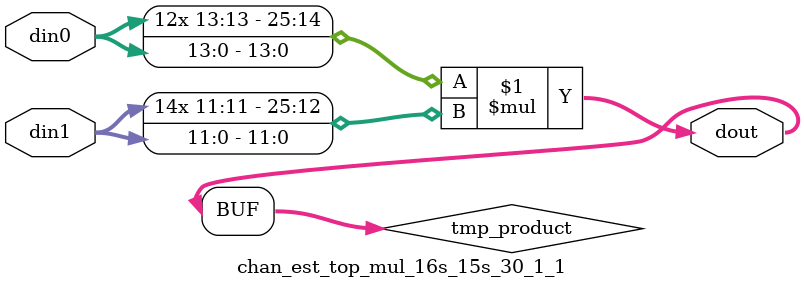
<source format=v>

`timescale 1 ns / 1 ps

 module chan_est_top_mul_16s_15s_30_1_1(din0, din1, dout);
parameter ID = 1;
parameter NUM_STAGE = 0;
parameter din0_WIDTH = 14;
parameter din1_WIDTH = 12;
parameter dout_WIDTH = 26;

input [din0_WIDTH - 1 : 0] din0; 
input [din1_WIDTH - 1 : 0] din1; 
output [dout_WIDTH - 1 : 0] dout;

wire signed [dout_WIDTH - 1 : 0] tmp_product;



























assign tmp_product = $signed(din0) * $signed(din1);








assign dout = tmp_product;





















endmodule

</source>
